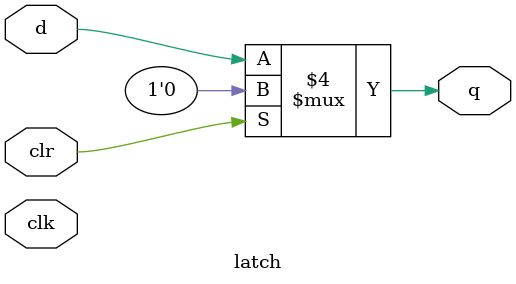
<source format=v>
module latch
    ( input d, clk, clr, output reg q );
    initial begin
      q = 0;
    end
	always @ (clk or clr)
		if ( clr )
			q <= 1'b0;
		else
            q <= d;
endmodule

</source>
